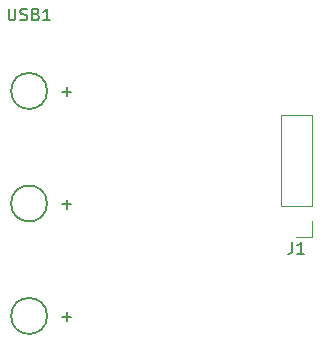
<source format=gbr>
%TF.GenerationSoftware,KiCad,Pcbnew,(5.1.11)-1*%
%TF.CreationDate,2022-09-06T18:14:57+07:00*%
%TF.ProjectId,TX75v2 PCB replacement,54583735-7632-4205-9043-42207265706c,rev?*%
%TF.SameCoordinates,Original*%
%TF.FileFunction,Legend,Top*%
%TF.FilePolarity,Positive*%
%FSLAX46Y46*%
G04 Gerber Fmt 4.6, Leading zero omitted, Abs format (unit mm)*
G04 Created by KiCad (PCBNEW (5.1.11)-1) date 2022-09-06 18:14:57*
%MOMM*%
%LPD*%
G01*
G04 APERTURE LIST*
%ADD10C,0.120000*%
%ADD11C,0.150000*%
G04 APERTURE END LIST*
D10*
%TO.C,J1*%
X281699507Y-72462255D02*
X280369507Y-72462255D01*
X281699507Y-71132255D02*
X281699507Y-72462255D01*
X281699507Y-69862255D02*
X279039507Y-69862255D01*
X279039507Y-69862255D02*
X279039507Y-62182255D01*
X281699507Y-69862255D02*
X281699507Y-62182255D01*
X281699507Y-62182255D02*
X279039507Y-62182255D01*
D11*
%TO.C,D88*%
X259270796Y-79168874D02*
G75*
G03*
X259270796Y-79168874I-1524000J0D01*
G01*
%TO.C,D87*%
X259270796Y-69643874D02*
G75*
G03*
X259270796Y-69643874I-1524000J0D01*
G01*
%TO.C,D86*%
X259270796Y-60118874D02*
G75*
G03*
X259270796Y-60118874I-1524000J0D01*
G01*
%TO.C,J1*%
X280036173Y-72914635D02*
X280036173Y-73628921D01*
X279988554Y-73771778D01*
X279893316Y-73867016D01*
X279750459Y-73914635D01*
X279655221Y-73914635D01*
X281036173Y-73914635D02*
X280464745Y-73914635D01*
X280750459Y-73914635D02*
X280750459Y-72914635D01*
X280655221Y-73057493D01*
X280559983Y-73152731D01*
X280464745Y-73200350D01*
%TO.C,D88*%
X260540843Y-79240302D02*
X261302748Y-79240302D01*
X260921796Y-79621254D02*
X260921796Y-78859350D01*
%TO.C,D87*%
X260540843Y-69715302D02*
X261302748Y-69715302D01*
X260921796Y-70096254D02*
X260921796Y-69334350D01*
%TO.C,D86*%
X260540843Y-60190302D02*
X261302748Y-60190302D01*
X260921796Y-60571254D02*
X260921796Y-59809350D01*
%TO.C,USB1*%
X256008700Y-53152504D02*
X256008700Y-53962028D01*
X256056319Y-54057266D01*
X256103938Y-54104885D01*
X256199176Y-54152504D01*
X256389653Y-54152504D01*
X256484891Y-54104885D01*
X256532510Y-54057266D01*
X256580129Y-53962028D01*
X256580129Y-53152504D01*
X257008700Y-54104885D02*
X257151557Y-54152504D01*
X257389653Y-54152504D01*
X257484891Y-54104885D01*
X257532510Y-54057266D01*
X257580129Y-53962028D01*
X257580129Y-53866790D01*
X257532510Y-53771552D01*
X257484891Y-53723933D01*
X257389653Y-53676314D01*
X257199176Y-53628695D01*
X257103938Y-53581076D01*
X257056319Y-53533457D01*
X257008700Y-53438219D01*
X257008700Y-53342981D01*
X257056319Y-53247743D01*
X257103938Y-53200124D01*
X257199176Y-53152504D01*
X257437272Y-53152504D01*
X257580129Y-53200124D01*
X258342034Y-53628695D02*
X258484891Y-53676314D01*
X258532510Y-53723933D01*
X258580129Y-53819171D01*
X258580129Y-53962028D01*
X258532510Y-54057266D01*
X258484891Y-54104885D01*
X258389653Y-54152504D01*
X258008700Y-54152504D01*
X258008700Y-53152504D01*
X258342034Y-53152504D01*
X258437272Y-53200124D01*
X258484891Y-53247743D01*
X258532510Y-53342981D01*
X258532510Y-53438219D01*
X258484891Y-53533457D01*
X258437272Y-53581076D01*
X258342034Y-53628695D01*
X258008700Y-53628695D01*
X259532510Y-54152504D02*
X258961081Y-54152504D01*
X259246796Y-54152504D02*
X259246796Y-53152504D01*
X259151557Y-53295362D01*
X259056319Y-53390600D01*
X258961081Y-53438219D01*
%TD*%
M02*

</source>
